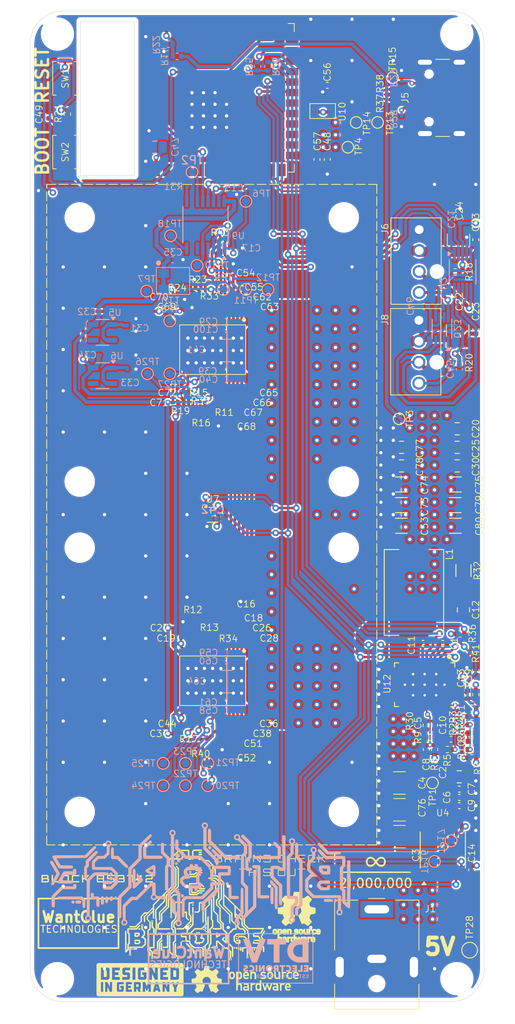
<source format=kicad_pcb>
(kicad_pcb
	(version 20240108)
	(generator "pcbnew")
	(generator_version "8.0")
	(general
		(thickness 1.6)
		(legacy_teardrops no)
	)
	(paper "A4")
	(layers
		(0 "F.Cu" signal)
		(1 "In1.Cu" power)
		(2 "In2.Cu" jumper)
		(3 "In3.Cu" jumper)
		(4 "In4.Cu" power)
		(31 "B.Cu" signal)
		(32 "B.Adhes" user "B.Adhesive")
		(33 "F.Adhes" user "F.Adhesive")
		(34 "B.Paste" user)
		(35 "F.Paste" user)
		(36 "B.SilkS" user "B.Silkscreen")
		(37 "F.SilkS" user "F.Silkscreen")
		(38 "B.Mask" user)
		(39 "F.Mask" user)
		(40 "Dwgs.User" user "User.Drawings")
		(41 "Cmts.User" user "User.Comments")
		(42 "Eco1.User" user "User.Eco1")
		(43 "Eco2.User" user "User.Eco2")
		(44 "Edge.Cuts" user)
		(45 "Margin" user)
		(46 "B.CrtYd" user "B.Courtyard")
		(47 "F.CrtYd" user "F.Courtyard")
		(48 "B.Fab" user)
		(49 "F.Fab" user)
		(50 "User.1" user)
		(51 "User.2" user)
		(52 "User.3" user)
		(53 "User.4" user)
		(54 "User.5" user)
		(55 "User.6" user)
		(56 "User.7" user)
		(57 "User.8" user)
		(58 "User.9" user)
	)
	(setup
		(stackup
			(layer "F.SilkS"
				(type "Top Silk Screen")
			)
			(layer "F.Paste"
				(type "Top Solder Paste")
			)
			(layer "F.Mask"
				(type "Top Solder Mask")
				(thickness 0.01)
			)
			(layer "F.Cu"
				(type "copper")
				(thickness 0.035)
			)
			(layer "dielectric 1"
				(type "prepreg")
				(thickness 0.1)
				(material "FR4")
				(epsilon_r 4.5)
				(loss_tangent 0.02)
			)
			(layer "In1.Cu"
				(type "copper")
				(thickness 0.035)
			)
			(layer "dielectric 2"
				(type "core")
				(thickness 0.535)
				(material "FR4")
				(epsilon_r 4.5)
				(loss_tangent 0.02)
			)
			(layer "In2.Cu"
				(type "copper")
				(thickness 0.035)
			)
			(layer "dielectric 3"
				(type "prepreg")
				(thickness 0.1)
				(material "FR4")
				(epsilon_r 4.5)
				(loss_tangent 0.02)
			)
			(layer "In3.Cu"
				(type "copper")
				(thickness 0.035)
			)
			(layer "dielectric 4"
				(type "core")
				(thickness 0.535)
				(material "FR4")
				(epsilon_r 4.5)
				(loss_tangent 0.02)
			)
			(layer "In4.Cu"
				(type "copper")
				(thickness 0.035)
			)
			(layer "dielectric 5"
				(type "prepreg")
				(thickness 0.1)
				(material "FR4")
				(epsilon_r 4.5)
				(loss_tangent 0.02)
			)
			(layer "B.Cu"
				(type "copper")
				(thickness 0.035)
			)
			(layer "B.Mask"
				(type "Bottom Solder Mask")
				(thickness 0.01)
			)
			(layer "B.Paste"
				(type "Bottom Solder Paste")
			)
			(layer "B.SilkS"
				(type "Bottom Silk Screen")
			)
			(copper_finish "ENIG")
			(dielectric_constraints no)
		)
		(pad_to_mask_clearance 0)
		(allow_soldermask_bridges_in_footprints no)
		(pcbplotparams
			(layerselection 0x00010fc_ffffffff)
			(plot_on_all_layers_selection 0x0000000_00000000)
			(disableapertmacros no)
			(usegerberextensions no)
			(usegerberattributes yes)
			(usegerberadvancedattributes yes)
			(creategerberjobfile no)
			(dashed_line_dash_ratio 12.000000)
			(dashed_line_gap_ratio 3.000000)
			(svgprecision 4)
			(plotframeref no)
			(viasonmask no)
			(mode 1)
			(useauxorigin no)
			(hpglpennumber 1)
			(hpglpenspeed 20)
			(hpglpendiameter 15.000000)
			(pdf_front_fp_property_popups yes)
			(pdf_back_fp_property_popups yes)
			(dxfpolygonmode yes)
			(dxfimperialunits yes)
			(dxfusepcbnewfont yes)
			(psnegative no)
			(psa4output no)
			(plotreference yes)
			(plotvalue no)
			(plotfptext yes)
			(plotinvisibletext no)
			(sketchpadsonfab no)
			(subtractmaskfromsilk yes)
			(outputformat 1)
			(mirror no)
			(drillshape 0)
			(scaleselection 1)
			(outputdirectory "../gerber/")
		)
	)
	(net 0 "")
	(net 1 "GND")
	(net 2 "Net-(U9-OE)")
	(net 3 "Net-(U12-DRTN)")
	(net 4 "VDD")
	(net 5 "unconnected-(U8-GPIO9{slash}TOUCH9{slash}ADC1_CH8{slash}FSPIHD{slash}SUBSPIHD-Pad17)")
	(net 6 "/Domain/0V8")
	(net 7 "/ESP32/USB_D-")
	(net 8 "/ESP32/USB_D+")
	(net 9 "unconnected-(J5-SBU2-PadB8)")
	(net 10 "Net-(J5-D+-PadA6)")
	(net 11 "Net-(J5-D--PadA7)")
	(net 12 "unconnected-(J5-SBU1-PadA8)")
	(net 13 "Net-(J5-CC1)")
	(net 14 "Net-(J5-CC2)")
	(net 15 "/ESP32/IO0")
	(net 16 "unconnected-(U3-PIN_MODE-Pad19)")
	(net 17 "/Domain/1V2")
	(net 18 "Net-(U12-BP1V5)")
	(net 19 "/Power/AGND")
	(net 20 "Net-(U12-AVIN)")
	(net 21 "Net-(U3-LITE_PAD)")
	(net 22 "Net-(U9-A1)")
	(net 23 "Net-(J5-VBUS-PadA4)")
	(net 24 "Net-(U3-CI)")
	(net 25 "Net-(U13-RI)")
	(net 26 "Net-(U13-NRSTO)")
	(net 27 "Net-(U3-RI)")
	(net 28 "Net-(U3-BI)")
	(net 29 "Net-(U3-ROSC_SEL)")
	(net 30 "Net-(U13-ROSC_SEL)")
	(net 31 "Net-(U12-EN{slash}UVLO)")
	(net 32 "Net-(U12-VDD5)")
	(net 33 "Net-(U12-BOOT)")
	(net 34 "/Power/SW")
	(net 35 "Net-(C12-Pad1)")
	(net 36 "Net-(U12-GOSNS)")
	(net 37 "/Domain/I_BI")
	(net 38 "Net-(U3-RO)")
	(net 39 "Net-(U3-CLKI)")
	(net 40 "Net-(U13-CLKO)")
	(net 41 "/Domain/NRSTO")
	(net 42 "/Domain/I_RO")
	(net 43 "unconnected-(U5-PG-Pad4)")
	(net 44 "unconnected-(U6-PG-Pad4)")
	(net 45 "Net-(U12-VOSNS)")
	(net 46 "unconnected-(U8-*GPIO46-Pad16)")
	(net 47 "unconnected-(U8-GPIO4{slash}TOUCH4{slash}ADC1_CH3-Pad4)")
	(net 48 "unconnected-(U8-GPIO5{slash}TOUCH5{slash}ADC1_CH4-Pad5)")
	(net 49 "unconnected-(U8-*GPIO45-Pad26)")
	(net 50 "/Domain/CLKI")
	(net 51 "Net-(U5-EN)")
	(net 52 "unconnected-(U8-U0RXD{slash}GPIO44{slash}CLK_OUT2-Pad36)")
	(net 53 "unconnected-(U8-GPIO21-Pad23)")
	(net 54 "unconnected-(U10-NC-Pad4)")
	(net 55 "unconnected-(U8-U0TXD{slash}GPIO43{slash}CLK_OUT1-Pad37)")
	(net 56 "/TX")
	(net 57 "/RX")
	(net 58 "/RST")
	(net 59 "Net-(U6-EN)")
	(net 60 "Net-(U13-LITE_PAD)")
	(net 61 "unconnected-(U13-PIN_MODE-Pad19)")
	(net 62 "Net-(U9-B4)")
	(net 63 "/Domain/I_CI")
	(net 64 "/Domain/I_NRSTI")
	(net 65 "Net-(U9-DIR4)")
	(net 66 "VIN")
	(net 67 "unconnected-(U4-NC-Pad13)")
	(net 68 "Net-(U12-MSEL1)")
	(net 69 "Net-(U3-VDD1_0)")
	(net 70 "Net-(U3-VDD2_0)")
	(net 71 "/ESP32/VDD_SAMPLE_0")
	(net 72 "Net-(U3-VDD3_0)")
	(net 73 "Net-(U3-VDD3_1)")
	(net 74 "Net-(U3-VDD2_1)")
	(net 75 "unconnected-(U7-ALERT-Pad3)")
	(net 76 "/Fan/FAN1_TACH")
	(net 77 "/Fan/FAN1_PWM")
	(net 78 "/Fan/FAN2_TACH")
	(net 79 "/Fan/FAN2_PWM")
	(net 80 "unconnected-(U2-*ALERT-Pad10)")
	(net 81 "unconnected-(U2-CLK-Pad9)")
	(net 82 "Net-(U3-VDD1_1)")
	(net 83 "Net-(U13-VDD1_0)")
	(net 84 "Net-(U13-VDD2_0)")
	(net 85 "unconnected-(U9-A4-Pad6)")
	(net 86 "Net-(U13-VDD3_0)")
	(net 87 "Net-(U13-VDD3_1)")
	(net 88 "Net-(U13-VDD2_1)")
	(net 89 "/SCL")
	(net 90 "/SDA")
	(net 91 "Net-(U13-VDD1_1)")
	(net 92 "unconnected-(U8-GPIO7{slash}TOUCH7{slash}ADC1_CH6-Pad7)")
	(net 93 "Net-(U12-MSEL2)")
	(net 94 "unconnected-(U8-GPIO15{slash}U0RTS{slash}ADC2_CH4{slash}XTAL_32K_P-Pad8)")
	(net 95 "unconnected-(U8-GPIO10{slash}TOUCH10{slash}ADC1_CH9{slash}FSPICS0{slash}FSPIIO4{slash}SUBSPICS0-Pad18)")
	(net 96 "unconnected-(U8-SPIIO6{slash}GPIO35{slash}FSPID{slash}SUBSPID-Pad28)")
	(net 97 "unconnected-(U8-SPIDQS{slash}GPIO37{slash}FSPIQ{slash}SUBSPIQ-Pad30)")
	(net 98 "unconnected-(U8-GPIO38{slash}FSPIWP{slash}SUBSPIWP-Pad31)")
	(net 99 "unconnected-(U8-SPIIO7{slash}GPIO36{slash}FSPICLK{slash}SUBSPICLK-Pad29)")
	(net 100 "unconnected-(U13-INV_CLKO-Pad12)")
	(net 101 "unconnected-(U3-INV_CLKO-Pad12)")
	(net 102 "Net-(U12-ADRSEL)")
	(net 103 "unconnected-(U8-GPIO11{slash}TOUCH11{slash}ADC2_CH0{slash}FSPID{slash}FSPIIO5{slash}SUBSPID-Pad19)")
	(net 104 "unconnected-(U8-GPIO12{slash}TOUCH12{slash}ADC2_CH1{slash}FSPICLK{slash}FSPIIO6{slash}SUBSPICLK-Pad20)")
	(net 105 "/ESP32/EN")
	(net 106 "unconnected-(U8-GPIO6{slash}TOUCH6{slash}ADC1_CH5-Pad6)")
	(net 107 "Net-(U3-CO)")
	(net 108 "Net-(U3-CLKO)")
	(net 109 "/Fan/PWM2")
	(net 110 "/Fan/PWM1")
	(net 111 "Net-(U3-BO)")
	(net 112 "Net-(U3-TEMP_N)")
	(net 113 "3V3")
	(net 114 "Net-(U3-TEMP_P)")
	(net 115 "Net-(U13-TEMP_N)")
	(net 116 "Net-(U13-CO)")
	(net 117 "Net-(U13-BO)")
	(net 118 "Net-(U13-TEMP_P)")
	(net 119 "+5V")
	(net 120 "Net-(U12-VSEL)")
	(net 121 "/Power/PGOOD")
	(net 122 "/ESP32/INA_ALRT")
	(net 123 "unconnected-(U8-MTDI{slash}GPIO41{slash}CLK_OUT1-Pad34)")
	(net 124 "unconnected-(U8-MTMS{slash}GPIO42-Pad35)")
	(net 125 "unconnected-(U8-MTCK{slash}GPIO39{slash}CLK_OUT3{slash}SUBSPICS1-Pad32)")
	(net 126 "unconnected-(U8-MTDO{slash}GPIO40{slash}CLK_OUT2-Pad33)")
	(net 127 "/ESP32/PWR_EN")
	(net 128 "/Power/SMB_ALRT")
	(net 129 "unconnected-(U12-SYNC-Pad38)")
	(net 130 "unconnected-(U12-NC-Pad36)")
	(net 131 "unconnected-(U12-BCX_CLK-Pad39)")
	(net 132 "unconnected-(U12-VSHARE-Pad35)")
	(net 133 "unconnected-(U12-BCX_DAT-Pad40)")
	(footprint "BitForgeNano:C_0402_1005Metric" (layer "F.Cu") (at 69.386483 64.247262 90))
	(footprint "BitForgeNano:R_0201_0603Metric" (layer "F.Cu") (at 86.85 86.3125))
	(footprint "BitForgeNano:NetTie-0.25mm" (layer "F.Cu") (at 119.596483 131.726762 90))
	(footprint "BitForgeNano:SW_CS1213AGF260_CRS" (layer "F.Cu") (at 71.386483 68.817762 90))
	(footprint "BitForgeNano:BM1368" (layer "F.Cu") (at 89.25 132.85 -90))
	(footprint "BitForgeNano:" (layer "F.Cu") (at 118.836483 168.926773 90))
	(footprint "BitForgeNano:C_0201_0603Metric" (layer "F.Cu") (at 94.15 138.05 180))
	(footprint "BitForgeNano:C_0201_0603Metric" (layer "F.Cu") (at 84.73 86.3625))
	(footprint "BitForgeNano:C_1206_3216Metric" (layer "F.Cu") (at 112.111483 114.076762 180))
	(footprint "BitForgeNano:TestPoint_Pad_D1.0mm" (layer "F.Cu") (at 105.636483 68.226762))
	(footprint "BitForgeNano:C_0402_1005Metric" (layer "F.Cu") (at 114.736483 128.326762 180))
	(footprint "BitForgeNano:" (layer "F.Cu") (at 70.436483 54.526773 90))
	(footprint "BitForgeNano:C_0201_0603Metric" (layer "F.Cu") (at 85.73 127.65))
	(footprint "BitForgeNano:R_0201_0603Metric" (layer "F.Cu") (at 89.45 98.0625 180))
	(footprint "BitForgeNano:C_0402_1005Metric" (layer "F.Cu") (at 121.136483 90.326762 90))
	(footprint "LOGO" (layer "F.Cu") (at 96.422099 155.130362))
	(footprint "BitForgeNano:C_0201_0603Metric" (layer "F.Cu") (at 94.15 97.9625 180))
	(footprint "BitForgeNano:C_0805_2012Metric" (layer "F.Cu") (at 118.886483 104.576762))
	(footprint "BitForgeNano:BM1368" (layer "F.Cu") (at 89.25 92.75 -90))
	(footprint "BitForgeNano:C_0402_1005Metric" (layer "F.Cu") (at 103.136483 60.726762 180))
	(footprint "BitForgeNano:470531000" (layer "F.Cu") (at 114.236483 89.186762 -90))
	(footprint "BitForgeNano:C_1206_3216Metric" (layer "F.Cu") (at 118.661483 109.076762))
	(footprint "BitForgeNano:C_0201_0603Metric" (layer "F.Cu") (at 92.25 85.1625))
	(footprint "BitForgeNano:C_0402_1005Metric" (layer "F.Cu") (at 101.886483 69.706762 -90))
	(footprint "BitForgeNano:R_0402_1005Metric" (layer "F.Cu") (at 120.676483 138.176762 180))
	(footprint "BitForgeNano:R_0201_0603Metric" (layer "F.Cu") (at 86.85 85.2125))
	(footprint "LOGO"
		(layer "F.Cu")
		(uuid "2340262e-bf3a-4ff6-9c13-20cdcba91845")
		(at 109.1 156.3)
		(property "Reference" "G***"
			(at 0 0 0)
			(unlocked yes)
			(layer "F.SilkS")
			(hide yes)
			(uuid "242f72bc-6ec5-4626-8aab-6d74d7bc7332")
			(effects
				(font
					(size 0.8 0.8)
					(thickness 0.1)
				)
			)
		)
		(property "Value" "LOGO"
			(at 0.75 0 0)
			(layer "F.SilkS")
			(hide yes)
			(uuid "1340de9c-adc5-4563-9c03-fc4881c7ccf3")
			(effects
				(font
					(size 1.5 1.5)
					(thickness 0.3)
				)
			)
		)
		(property "Footprint" ""
			(at 0 0 0)
			(layer "F.Fab")
			(hide yes)
			(uuid "9af44a97-cd4b-4547-ab72-c30b2ea4b3c7")
			(effects
				(font
					(size 1.27 1.27)
					(thickness 0.15)
				)
			)
		)
		(property "Datasheet" ""
			(at 0 0 0)
			(layer "F.Fab")
			(hide yes)
			(uuid "d93ccb48-67cf-41e5-99d0-dcf04a5778d0")
			(effects
				(font
					(size 1.27 1.27)
					(thickness 0.15)
				)
			)
		)
		(property "Description" ""
			(at 0 0 0)
			(layer "F.Fab")
			(hide yes)
			(uuid "d154800f-6313-4888-ac27-73e3ec76e2d0")
			(effects
				(font
					(size 1.27 1.27)
					(thickness 0.15)
				)
			)
		)
		(attr board_only exclude_from_pos_files exclude_from_bom)
		(fp_poly
			(pts
				(xy -4.590105 2.768972) (xy -4.588193 2.787931) (xy -4.590105 2.790272) (xy -4.599602 2.788079)
				(xy -4.600754 2.779622) (xy -4.594909 2.766473)
			)
			(stroke
				(width 0)
				(type solid)
			)
			(fill solid)
			(layer "F.SilkS")
			(uuid "478ea374-0681-467a-a4f3-05a9eafc183b")
		)
		(fp_poly
			(pts
				(xy -2.647639 1.427436) (xy -2.63706 1.438621) (xy -2.635943 1.448919) (xy -2.640689 1.486694) (xy -2.653214 1.543094)
				(xy -2.671203 1.610561) (xy -2.692342 1.681535) (xy -2.714316 1.748459) (xy -2.73481 1.803774) (xy -2.751509 1.839921)
				(xy -2.758492 1.849088) (xy -2.797261 1.866495) (xy -2.832821 1.865447) (xy -2.8527 1.847752) (xy -2.854247 1.824372)
				(xy -2.852502 1.776156) (xy -2.847858 1.710003) (xy -2.840705 1.632813) (xy -2.840217 1.628098)
				(xy -2.819559 1.429748) (xy -2.727704 1.424957) (xy -2.675428 1.423514)
			)
			(stroke
				(width 0)
				(type solid)
			)
			(fill solid)
			(layer "F.SilkS")
			(uuid "baecdac9-6b75-4b12-8bf5-350e2025e563")
		)
		(fp_poly
			(pts
				(xy 0.944339 1.42473) (xy 0.987715 1.429239) (xy 1.007766 1.439562) (xy 1.013063 1.463331) (xy 1.012771 1.48566)
				(xy 1.006819 1.531466) (xy 0.99278 1.593587) (xy 0.973337 1.663404) (xy 0.951171 1.7323) (xy 0.928964 1.791654)
				(xy 0.909399 1.832848) (xy 0.9012 1.844191) (xy 0.872334 1.866154) (xy 0.846598 1.862292) (xy 0.82808 1.849088)
				(xy 0.817822 1.837182) (xy 0.812148 1.817961) (xy 0.81092 1.785612) (xy 0.814003 1.734323) (xy 0.821258 1.65828)
				(xy 0.823144 1.640103) (xy 0.832131 1.564894) (xy 0.841865 1.501085) (xy 0.851152 1.455559) (xy 0.858589 1.435399)
				(xy 0.883081 1.426831) (xy 0.925935 1.42397)
			)
			(stroke
				(width 0)
				(type solid)
			)
			(fill solid)
			(layer "F.SilkS")
			(uuid "d810b6d8-5c53-400d-adbd-3aba7ea67f26")
		)
		(fp_poly
			(pts
				(xy -3.160939 0.400427) (xy -3.146893 0.406128) (xy -3.136046 0.419326) (xy -3.127985 0.442983)
				(xy -3.122299 0.480063) (xy -3.118577 0.533529) (xy -3.116406 0.606343) (xy -3.115375 0.701469)
				(xy -3.115073 0.821868) (xy -3.115089 0.970505) (xy -3.115094 1.012916) (xy -3.115385 1.17884) (xy -3.116302 1.314968)
				(xy -3.117913 1.42345) (xy -3.120285 1.506436) (xy -3.123485 1.566073) (xy -3.127581 1.604512) (xy -3.132638 1.623902)
				(xy -3.134264 1.626239) (xy -3.161441 1.638264) (xy -3.204091 1.644616) (xy -3.247626 1.644442)
				(xy -3.277456 1.63689) (xy -3.280167 1.634759) (xy -3.282766 1.616747) (xy -3.285136 1.570683) (xy -3.287196 1.500463)
				(xy -3.288867 1.409986) (xy -3.290069 1.303149) (xy -3.290721 1.183847) (xy -3.290817 1.115576)
				(xy -3.291078 0.991763) (xy -3.291815 0.87884) (xy -3.292966 0.780598) (xy -3.294466 0.700828) (xy -3.296251 0.643321)
				(xy -3.298256 0.611866) (xy -3.299441 0.607044) (xy -3.317641 0.613691) (xy -3.353641 0.630486)
				(xy -3.372877 0.640108) (xy -3.416192 0.658517) (xy -3.449644 0.666283) (xy -3.457831 0.665443)
				(xy -3.475626 0.64435) (xy -3.487884 0.605507) (xy -3.49172 0.563003) (xy -3.485083 0.532324) (xy -3.463813 0.513849)
				(xy -3.421177 0.4886) (xy -3.36587 0.460627) (xy -3.306585 0.433979) (xy -3.252016 0.412706) (xy -3.210859 0.400858)
				(xy -3.200269 0.399665) (xy -3.178593 0.399261)
			)
			(stroke
				(width 0)
				(type solid)
			)
			(fill solid)
			(layer "F.SilkS")
			(uuid "2520c38b-1841-459d-ac41-72c03ec7fdba")
		)
		(fp_poly
			(pts
				(xy -1.861064 0.397785) (xy -1.760914 0.442658) (xy -1.690685 0.496879) (xy -1.640493 0.561395)
				(xy -1.5987 0.650773) (xy -1.566617 0.758723) (xy -1.545551 0.878953) (xy -1.536812 1.005175) (xy -1.541708 1.131095)
				(xy -1.548109 1.182138) (xy -1.574356 1.310661) (xy -1.611213 1.416632) (xy -1.661658 1.508521)
				(xy -1.664009 1.512036) (xy -1.727022 1.578402) (xy -1.810041 1.625629) (xy -1.906096 1.651698)
				(xy -2.008217 1.654589) (xy -2.095444 1.637041) (xy -2.169074 1.5987) (xy -2.238294 1.535304) (xy -2.296808 1.453691)
				(xy -2.331343 1.380786) (xy -2.367505 1.249156) (xy -2.386164 1.10117) (xy -2.386345 1.075535) (xy -2.200417 1.075535)
				(xy -2.186226 1.206741) (xy -2.156583 1.319343) (xy -2.112426 1.40961) (xy -2.063453 1.466617) (xy -2.010748 1.492927)
				(xy -1.947243 1.497258) (xy -1.884665 1.480288) (xy -1.84539 1.453989) (xy -1.79733 1.393139) (xy -1.762509 1.311787)
				(xy -1.739929 1.206686) (xy -1.728593 1.074589) (xy -1.728553 1.073619) (xy -1.728192 0.927917)
				(xy -1.740545 0.807697) (xy -1.766251 0.70886) (xy -1.795292 0.645199) (xy -1.842327 0.584624) (xy -1.90236 0.551842)
				(xy -1.967673 0.54338) (xy -2.036485 0.558021) (xy -2.094435 0.601645) (xy -2.140722 0.672906) (xy -2.174544 0.770461)
				(xy -2.195097 0.892967) (xy -2.19822 0.929461) (xy -2.200417 1.075535) (xy -2.386345 1.075535) (xy -2.387248 0.947246)
				(xy -2.370686 0.797803) (xy -2.336404 0.663261) (xy -2.336297 0.662956) (xy -2.301482 0.592918)
				(xy -2.249453 0.523345) (xy -2.187917 0.462262) (xy -2.124583 0.417695) (xy -2.084717 0.400998)
				(xy -1.969013 0.383895)
			)
			(stroke
				(width 0)
				(type solid)
			)
			(fill solid)
			(layer "F.SilkS")
			(uuid "86a7cc3f-97de-4403-99ab-b6ae70a587eb")
		)
		(fp_poly
			(pts
				(xy 1.750004 0.38901) (xy 1.853825 0.416703) (xy 1.940026 0.469323) (xy 2.009133 0.547564) (xy 2.061673 0.652121)
				(xy 2.09817 0.783691) (xy 2.111495 0.867017) (xy 2.121081 1.013238) (xy 2.113371 1.153325) (xy 2.089717 1.283213)
				(xy 2.051471 1.398835) (xy 1.999984 1.496128) (xy 1.936609 1.571026) (xy 1.862696 1.619463) (xy 1.861069 1.620155)
				(xy 1.796912 1.638902) (xy 1.719925 1.649861) (xy 1.645635 1.651491) (xy 1.601878 1.645868) (xy 1.511224 1.608233)
				(xy 1.4324 1.542199) (xy 1.367127 1.449677) (xy 1.317127 1.332577) (xy 1.315742 1.328268) (xy 1.301144 1.262925)
				(xy 1.290184 1.175622) (xy 1.283333 1.07619) (xy 1.28106 0.974461) (xy 1.281289 0.966686) (xy 1.456215 0.966686)
				(xy 1.458908 1.084907) (xy 1.473252 1.199889) (xy 1.498784 1.30458) (xy 1.535043 1.39193) (xy 1.573957 1.447281)
				(xy 1.633669 1.490283) (xy 1.701539 1.50279) (xy 1.775151 1.484459) (xy 1.788672 1.477937) (xy 1.834855 1.437809)
				(xy 1.874711 1.371728) (xy 1.906867 1.285305) (xy 1.92995 1.184151) (xy 1.942587 1.073876) (xy 1.943406 0.96009)
				(xy 1.935645 0.877274) (xy 1.909758 0.751896) (xy 1.871346 0.655291) (xy 1.819875 0.586616) (xy 1.754807 0.545028)
				(xy 1.717296 0.534184) (xy 1.662278 0.538632) (xy 1.604699 0.568853) (xy 1.551638 0.620158) (xy 1.522645 0.663091)
				(xy 1.487621 0.748727) (xy 1.465632 0.852276) (xy 1.456215 0.966686) (xy 1.281289 0.966686) (xy 1.283834 0.880269)
				(xy 1.291 0.810279) (xy 1.32276 0.684224) (xy 1.374109 0.577188) (xy 1.442482 0.491525) (xy 1.525314 0.42959)
				(xy 1.62004 0.393737) (xy 1.724095 0.38632)
			)
			(stroke
				(width 0)
				(type solid)
			)
			(fill solid)
			(layer "F.SilkS")
			(uuid "a215eecf-2233-44b1-8523-48d59a1d277d")
		)
		(fp_poly
			(pts
				(xy 3.893731 0.394341) (xy 3.941888 0.402641) (xy 3.9848 0.420264) (xy 4.019656 0.440442) (xy 4.098431 0.50314)
				(xy 4.159181 0.584029) (xy 4.20313 0.685882) (xy 4.231498 0.811474) (xy 4.244953 0.951661) (xy 4.24413 1.122759)
				(xy 4.223842 1.272075) (xy 4.184551 1.398623) (xy 4.126719 1.501416) (xy 4.050807 1.579467) (xy 3.957276 1.63179)
				(xy 3.921517 1.643551) (xy 3.878056 1.65449) (xy 3.843089 1.658495) (xy 3.803978 1.655584) (xy 3.748087 1.645777)
				(xy 3.738113 1.643837) (xy 3.643658 1.609827) (xy 3.563638 1.548407) (xy 3.498831 1.46105) (xy 3.450014 1.34923)
				(xy 3.417964 1.214419) (xy 3.403457 1.058091) (xy 3.402692 1.010821) (xy 3.584907 1.010821) (xy 3.591905 1.137299)
				(xy 3.612818 1.254509) (xy 3.646362 1.356277) (xy 3.691249 1.436431) (xy 3.714308 1.463307) (xy 3.744073 1.488645)
				(xy 3.774512 1.499398) (xy 3.818978 1.499309) (xy 3.83705 1.497728) (xy 3.891045 1.488967) (xy 3.927233 1.471024)
				(xy 3.959663 1.436946) (xy 4.008802 1.357065) (xy 4.04298 1.258474) (xy 4.063468 1.136816) (xy 4.069175 1.062226)
				(xy 4.068545 0.929844) (xy 4.053278 0.8122) (xy 4.024812 0.71196) (xy 3.984586 0.63179) (xy 3.934039 0.574357)
				(xy 3.87461 0.542327) (xy 3.807737 0.538367) (xy 3.78873 0.542419) (xy 3.723186 0.572651) (xy 3.671476 0.625567)
				(xy 3.632324 0.703375) (xy 3.604457 0.808284) (xy 3.593108 0.881245) (xy 3.584907 1.010821) (xy 3.402692 1.010821)
				(xy 3.402642 1.007726) (xy 3.412601 0.853214) (xy 3.441773 0.716507) (xy 3.489098 0.600215) (xy 3.553518 0.506947)
				(xy 3.633048 0.439882) (xy 3.680178 0.413452) (xy 3.721938 0.398858) (xy 3.77154 0.392842) (xy 3.82703 0.392021)
			)
			(stroke
				(width 0)
				(type solid)
			)
			(fill solid)
			(layer "F.SilkS")
			(uuid "b6bbb9f1-487c-4837-904b-81f934d3f7bc")
		)
		(fp_poly
	
... [4522959 chars truncated]
</source>
